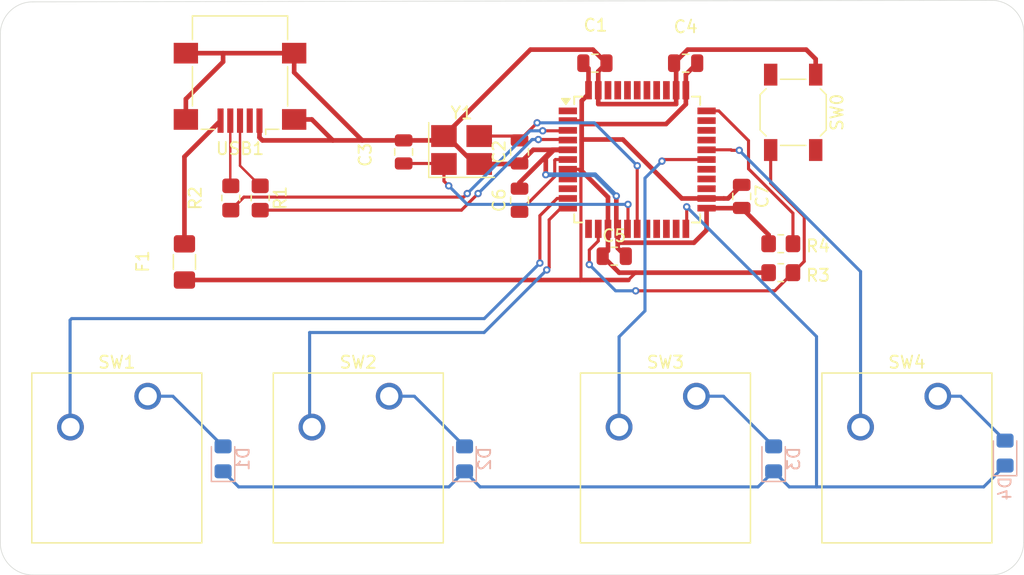
<source format=kicad_pcb>
(kicad_pcb (version 20240108) (generator "pcbnew") (generator_version "8.0")
  (layers (0 "F.Cu" signal) (31 "B.Cu" signal) (34 "B.Paste" user) (35 "F.Paste" user) (36 "B.SilkS" user "B.Silkscreen") (37 "F.SilkS" user "F.Silkscreen") (38 "B.Mask" user) (39 "F.Mask" user) (44 "Edge.Cuts" user))
  (net 0 "")
  (net 1 "+5V")
  (net 2 "GND")
  (net 3 "Net-(U1-XTAL1)")
  (net 4 "Net-(U1-XTAL2)")
  (net 5 "Net-(U1-UCAP)")
  (net 6 "Net-(D1-A)")
  (net 7 "COM")
  (net 8 "Net-(D2-A)")
  (net 9 "Net-(D3-A)")
  (net 10 "Net-(D4-A)")
  (net 11 "VCC")
  (net 12 "D+")
  (net 13 "Net-(U1-D+)")
  (net 14 "Net-(U1-D-)")
  (net 15 "D-")
  (net 16 "Net-(U1-~{RESET})")
  (net 17 "Net-(U1-~{HWB}{slash}PE2)")
  (net 18 "SW1")
  (net 19 "SW2")
  (net 20 "SW3")
  (net 21 "SW4")
  (footprint "Resistor_SMD:R_0805_2012Metric_Pad1.20x1.40mm_HandSolder" (layer "F.Cu") (at 217.28125 73.81875)
    (property "Reference" "R3" (at 3.06375 0.22225 0) (layer "F.SilkS"))
    (property "Value" "R")
    (fp_line (start -0.227064 -0.735) (end 0.227064 -0.735) (stroke (width 0.12)) (layer "F.SilkS"))
    (fp_line (start -0.227064 0.735) (end 0.227064 0.735) (stroke (width 0.12)) (layer "F.SilkS"))
    (pad "1" smd roundrect (at -1 0) (size 1.2 1.4) (layers "F.Cu" "F.Paste" "F.Mask") (roundrect_rratio 0.208333) (net 1 "+5V"))
    (pad "2" smd roundrect (at 1 0) (size 1.2 1.4) (layers "F.Cu" "F.Paste" "F.Mask") (roundrect_rratio 0.208333) (net 16 "Net-(U1-~{RESET})"))
  )
  (footprint "Button_Switch_Keyboard:SW_Cherry_MX_1.00u_PCB" (layer "F.Cu") (at 165.25875 83.97875)
    (property "Reference" "SW1" (at -2.54 -2.794 0) (layer "F.SilkS"))
    (property "Value" "CherryMX")
    (fp_line (start -9.525 -1.905) (end 4.445 -1.905) (stroke (width 0.12)) (layer "F.SilkS"))
    (fp_line (start -9.525 12.065) (end -9.525 -1.905) (stroke (width 0.12)) (layer "F.SilkS"))
    (fp_line (start 4.445 -1.905) (end 4.445 12.065) (stroke (width 0.12)) (layer "F.SilkS"))
    (fp_line (start 4.445 12.065) (end -9.525 12.065) (stroke (width 0.12)) (layer "F.SilkS"))
    (pad "" np_thru_hole circle (at -7.62 5.08) (size 1.7 1.7) (drill 1.7) (layers "*.Cu" "*.Mask"))
    (pad "" np_thru_hole circle (at -2.54 5.08) (size 4 4) (drill 4) (layers "*.Cu" "*.Mask"))
    (pad "" np_thru_hole circle (at 2.54 5.08) (size 1.7 1.7) (drill 1.7) (layers "*.Cu" "*.Mask"))
    (pad "1" thru_hole circle (at 0 0) (size 2.2 2.2) (drill 1.5) (layers "*.Cu" "*.Mask") (net 6 "Net-(D1-A)"))
    (pad "2" thru_hole circle (at -6.35 2.54) (size 2.2 2.2) (drill 1.5) (layers "*.Cu" "*.Mask") (net 18 "SW1"))
  )
  (footprint "Capacitor_SMD:C_0805_2012Metric" (layer "F.Cu") (at 195.8125 67.85625 90)
    (property "Reference" "C6" (at 0 -1.68 90) (layer "F.SilkS"))
    (property "Value" "1uF")
    (fp_line (start -0.261252 -0.735) (end 0.261252 -0.735) (stroke (width 0.12)) (layer "F.SilkS"))
    (fp_line (start -0.261252 0.735) (end 0.261252 0.735) (stroke (width 0.12)) (layer "F.SilkS"))
    (pad "1" smd roundrect (at -0.95 0 90) (size 1 1.45) (layers "F.Cu" "F.Paste" "F.Mask") (net 5 "Net-(U1-UCAP)"))
    (pad "2" smd roundrect (at 0.95 0 90) (size 1 1.45) (layers "F.Cu" "F.Paste" "F.Mask") (net 2 "GND"))
  )
  (footprint "Capacitor_SMD:C_0805_2012Metric" (layer "F.Cu") (at 186.2875 63.8875 -90)
    (property "Reference" "C3" (at 0.2475 3.1535 90) (layer "F.SilkS"))
    (property "Value" "22uF")
    (fp_line (start -0.261252 0.735) (end 0.261252 0.735) (stroke (width 0.12)) (layer "F.SilkS"))
    (fp_line (start -0.261252 -0.735) (end 0.261252 -0.735) (stroke (width 0.12)) (layer "F.SilkS"))
    (pad "1" smd roundrect (at -0.95 0 270) (size 1 1.45) (layers "F.Cu" "F.Paste" "F.Mask") (net 2 "GND"))
    (pad "2" smd roundrect (at 0.95 0 270) (size 1 1.45) (layers "F.Cu" "F.Paste" "F.Mask") (net 4 "Net-(U1-XTAL2)"))
  )
  (footprint "Capacitor_SMD:C_0805_2012Metric" (layer "F.Cu") (at 195.8125 63.8875 90)
    (property "Reference" "C2" (at 0 -1.68 90) (layer "F.SilkS"))
    (property "Value" "22uF")
    (fp_line (start -0.261252 -0.735) (end 0.261252 -0.735) (stroke (width 0.12)) (layer "F.SilkS"))
    (fp_line (start -0.261252 0.735) (end 0.261252 0.735) (stroke (width 0.12)) (layer "F.SilkS"))
    (pad "1" smd roundrect (at -0.95 0 90) (size 1 1.45) (layers "F.Cu" "F.Paste" "F.Mask") (net 2 "GND"))
    (pad "2" smd roundrect (at 0.95 0 90) (size 1 1.45) (layers "F.Cu" "F.Paste" "F.Mask") (net 3 "Net-(U1-XTAL1)"))
  )
  (footprint "Resistor_SMD:R_0805_2012Metric_Pad1.20x1.40mm_HandSolder" (layer "F.Cu") (at 172.085 67.675 -90)
    (property "Reference" "R2" (at 0.016 2.921 90) (layer "F.SilkS"))
    (property "Value" "22")
    (fp_line (start -0.227064 0.735) (end 0.227064 0.735) (stroke (width 0.12)) (layer "F.SilkS"))
    (fp_line (start -0.227064 -0.735) (end 0.227064 -0.735) (stroke (width 0.12)) (layer "F.SilkS"))
    (pad "1" smd roundrect (at -1 0 270) (size 1.2 1.4) (layers "F.Cu" "F.Paste" "F.Mask") (roundrect_rratio 0.208333) (net 15 "D-"))
    (pad "2" smd roundrect (at 1 0 270) (size 1.2 1.4) (layers "F.Cu" "F.Paste" "F.Mask") (roundrect_rratio 0.208333) (net 14 "Net-(U1-D-)"))
  )
  (footprint "Resistor_SMD:R_0805_2012Metric_Pad1.20x1.40mm_HandSolder" (layer "F.Cu") (at 174.498 67.675 -90)
    (property "Reference" "R1" (at 0 -1.65 90) (layer "F.SilkS"))
    (property "Value" "22")
    (fp_line (start -0.227064 0.735) (end 0.227064 0.735) (stroke (width 0.12)) (layer "F.SilkS"))
    (fp_line (start -0.227064 -0.735) (end 0.227064 -0.735) (stroke (width 0.12)) (layer "F.SilkS"))
    (pad "1" smd roundrect (at -1 0 270) (size 1.2 1.4) (layers "F.Cu" "F.Paste" "F.Mask") (roundrect_rratio 0.208333) (net 12 "D+"))
    (pad "2" smd roundrect (at 1 0 270) (size 1.2 1.4) (layers "F.Cu" "F.Paste" "F.Mask") (roundrect_rratio 0.208333) (net 13 "Net-(U1-D+)"))
  )
  (footprint "Crystal:Crystal_SMD_3225-4Pin_3.2x2.5mm_HandSoldering" (layer "F.Cu") (at 191.05 63.73125)
    (property "Reference" "Y1" (at 0 -3.05 0) (layer "F.SilkS"))
    (property "Value" "Crystal_GND24")
    (fp_line (start -2.7 -2.25) (end -2.7 2.25) (stroke (width 0.12)) (layer "F.SilkS"))
    (fp_line (start -2.7 2.25) (end 2.7 2.25) (stroke (width 0.12)) (layer "F.SilkS"))
    (pad "1" smd rect (at -1.45 1.15) (size 2.1 1.8) (layers "F.Cu" "F.Paste" "F.Mask") (net 4 "Net-(U1-XTAL2)"))
    (pad "2" smd rect (at 1.45 1.15) (size 2.1 1.8) (layers "F.Cu" "F.Paste" "F.Mask") (net 2 "GND"))
    (pad "3" smd rect (at 1.45 -1.15) (size 2.1 1.8) (layers "F.Cu" "F.Paste" "F.Mask") (net 3 "Net-(U1-XTAL1)"))
    (pad "4" smd rect (at -1.45 -1.15) (size 2.1 1.8) (layers "F.Cu" "F.Paste" "F.Mask") (net 2 "GND"))
  )
  (footprint "Capacitor_SMD:C_0805_2012Metric" (layer "F.Cu") (at 214.06875 67.54375 -90)
    (property "Reference" "C7" (at 0 -1.68 90) (layer "F.SilkS"))
    (property "Value" "10uF")
    (fp_line (start -0.261252 0.735) (end 0.261252 0.735) (stroke (width 0.12)) (layer "F.SilkS"))
    (fp_line (start -0.261252 -0.735) (end 0.261252 -0.735) (stroke (width 0.12)) (layer "F.SilkS"))
    (pad "1" smd roundrect (at -0.95 0 270) (size 1 1.45) (layers "F.Cu" "F.Paste" "F.Mask") (net 1 "+5V"))
    (pad "2" smd roundrect (at 0.95 0 270) (size 1 1.45) (layers "F.Cu" "F.Paste" "F.Mask") (net 2 "GND"))
  )
  (footprint "Capacitor_SMD:C_0805_2012Metric" (layer "F.Cu") (at 202.00625 56.5875)
    (property "Reference" "C1" (at 0.05075 -3.1205 0) (layer "F.SilkS"))
    (property "Value" "0.1uF")
    (fp_line (start -0.261252 -0.735) (end 0.261252 -0.735) (stroke (width 0.12)) (layer "F.SilkS"))
    (fp_line (start -0.261252 0.735) (end 0.261252 0.735) (stroke (width 0.12)) (layer "F.SilkS"))
    (pad "1" smd roundrect (at -0.95 0) (size 1 1.45) (layers "F.Cu" "F.Paste" "F.Mask") (net 1 "+5V"))
    (pad "2" smd roundrect (at 0.95 0) (size 1 1.45) (layers "F.Cu" "F.Paste" "F.Mask") (net 2 "GND"))
  )
  (footprint "Button_Switch_Keyboard:SW_Cherry_MX_1.00u_PCB" (layer "F.Cu") (at 210.34375 83.97875)
    (property "Reference" "SW3" (at -2.54 -2.794 0) (layer "F.SilkS"))
    (property "Value" "CherryMX")
    (fp_line (start -9.525 -1.905) (end 4.445 -1.905) (stroke (width 0.12)) (layer "F.SilkS"))
    (fp_line (start -9.525 12.065) (end -9.525 -1.905) (stroke (width 0.12)) (layer "F.SilkS"))
    (fp_line (start 4.445 -1.905) (end 4.445 12.065) (stroke (width 0.12)) (layer "F.SilkS"))
    (fp_line (start 4.445 12.065) (end -9.525 12.065) (stroke (width 0.12)) (layer "F.SilkS"))
    (pad "" np_thru_hole circle (at -7.62 5.08) (size 1.7 1.7) (drill 1.7) (layers "*.Cu" "*.Mask"))
    (pad "" np_thru_hole circle (at -2.54 5.08) (size 4 4) (drill 4) (layers "*.Cu" "*.Mask"))
    (pad "" np_thru_hole circle (at 2.54 5.08) (size 1.7 1.7) (drill 1.7) (layers "*.Cu" "*.Mask"))
    (pad "1" thru_hole circle (at 0 0) (size 2.2 2.2) (drill 1.5) (layers "*.Cu" "*.Mask") (net 9 "Net-(D3-A)"))
    (pad "2" thru_hole circle (at -6.35 2.54) (size 2.2 2.2) (drill 1.5) (layers "*.Cu" "*.Mask") (net 20 "SW3"))
  )
  (footprint "Button_Switch_Keyboard:SW_Cherry_MX_1.00u_PCB" (layer "F.Cu") (at 230.1875 83.97875)
    (property "Reference" "SW4" (at -2.54 -2.794 0) (layer "F.SilkS"))
    (property "Value" "CherryMX")
    (fp_line (start -9.525 -1.905) (end 4.445 -1.905) (stroke (width 0.12)) (layer "F.SilkS"))
    (fp_line (start -9.525 12.065) (end -9.525 -1.905) (stroke (width 0.12)) (layer "F.SilkS"))
    (fp_line (start 4.445 -1.905) (end 4.445 12.065) (stroke (width 0.12)) (layer "F.SilkS"))
    (fp_line (start 4.445 12.065) (end -9.525 12.065) (stroke (width 0.12)) (layer "F.SilkS"))
    (pad "" np_thru_hole circle (at -7.62 5.08) (size 1.7 1.7) (drill 1.7) (layers "*.Cu" "*.Mask"))
    (pad "" np_thru_hole circle (at -2.54 5.08) (size 4 4) (drill 4) (layers "*.Cu" "*.Mask"))
    (pad "" np_thru_hole circle (at 2.54 5.08) (size 1.7 1.7) (drill 1.7) (layers "*.Cu" "*.Mask"))
    (pad "1" thru_hole circle (at 0 0) (size 2.2 2.2) (drill 1.5) (layers "*.Cu" "*.Mask") (net 10 "Net-(D4-A)"))
    (pad "2" thru_hole circle (at -6.35 2.54) (size 2.2 2.2) (drill 1.5) (layers "*.Cu" "*.Mask") (net 21 "SW4"))
  )
  (footprint "Button_Switch_SMD:SW_SPST_SKQG_WithStem" (layer "F.Cu") (at 218.3 60.63125 -90)
    (property "Reference" "SW0" (at 0 -3.6 90) (layer "F.SilkS"))
    (property "Value" "SW_Push")
    (fp_line (start -1.45 2.72) (end 1.45 2.72) (stroke (width 0.12)) (layer "F.SilkS"))
    (fp_line (start -1.45 2.72) (end -1.94 2.23) (stroke (width 0.12)) (layer "F.SilkS"))
    (fp_line (start 1.45 2.72) (end 1.94 2.23) (stroke (width 0.12)) (layer "F.SilkS"))
    (fp_line (start -2.72 1.04) (end -2.72 -1.04) (stroke (width 0.12)) (layer "F.SilkS"))
    (fp_line (start 2.72 1.04) (end 2.72 -1.04) (stroke (width 0.12)) (layer "F.SilkS"))
    (fp_line (start -1.45 -2.72) (end -1.94 -2.23) (stroke (width 0.12)) (layer "F.SilkS"))
    (fp_line (start -1.45 -2.72) (end 1.45 -2.72) (stroke (width 0.12)) (layer "F.SilkS"))
    (fp_line (start 1.45 -2.72) (end 1.94 -2.23) (stroke (width 0.12)) (layer "F.SilkS"))
    (pad "1" smd rect (at -3.1 -1.85 270) (size 1.8 1.1) (layers "F.Cu" "F.Paste" "F.Mask") (net 2 "GND"))
    (pad "1" smd rect (at 3.1 -1.85 270) (size 1.8 1.1) (layers "F.Cu" "F.Paste" "F.Mask") (net 2 "GND"))
    (pad "2" smd rect (at -3.1 1.85 270) (size 1.8 1.1) (layers "F.Cu" "F.Paste" "F.Mask") (net 16 "Net-(U1-~{RESET})"))
    (pad "2" smd rect (at 3.1 1.85 270) (size 1.8 1.1) (layers "F.Cu" "F.Paste" "F.Mask") (net 16 "Net-(U1-~{RESET})"))
  )
  (footprint "Fuse:Fuse_1206_3216Metric_Pad1.42x1.75mm_HandSolder" (layer "F.Cu") (at 168.275 72.9345 -90)
    (property "Reference" "F1" (at -0.0365 3.429 90) (layer "F.SilkS"))
    (property "Value" "500mA")
    (fp_line (start -0.602064 0.91) (end 0.602064 0.91) (stroke (width 0.12)) (layer "F.SilkS"))
    (fp_line (start -0.602064 -0.91) (end 0.602064 -0.91) (stroke (width 0.12)) (layer "F.SilkS"))
    (pad "1" smd roundrect (at -1.4875 0 270) (size 1.425 1.75) (layers "F.Cu" "F.Paste" "F.Mask") (roundrect_rratio 0.175439) (net 11 "VCC"))
    (pad "2" smd roundrect (at 1.4875 0 270) (size 1.425 1.75) (layers "F.Cu" "F.Paste" "F.Mask") (roundrect_rratio 0.175439) (net 1 "+5V"))
  )
  (footprint "Capacitor_SMD:C_0805_2012Metric" (layer "F.Cu") (at 203.59375 72.4625)
    (property "Reference" "C5" (at 0 -1.68 0) (layer "F.SilkS"))
    (property "Value" "0.1uF")
    (fp_line (start -0.261252 -0.735) (end 0.261252 -0.735) (stroke (width 0.12)) (layer "F.SilkS"))
    (fp_line (start -0.261252 0.735) (end 0.261252 0.735) (stroke (width 0.12)) (layer "F.SilkS"))
    (pad "1" smd roundrect (at -0.95 0) (size 1 1.45) (layers "F.Cu" "F.Paste" "F.Mask") (net 1 "+5V"))
    (pad "2" smd roundrect (at 0.95 0) (size 1 1.45) (layers "F.Cu" "F.Paste" "F.Mask") (net 2 "GND"))
  )
  (footprint "Button_Switch_Keyboard:SW_Cherry_MX_1.00u_PCB" (layer "F.Cu") (at 185.1025 83.97875)
    (property "Reference" "SW2" (at -2.54 -2.794 0) (layer "F.SilkS"))
    (property "Value" "CherryMX")
    (fp_line (start -9.525 -1.905) (end 4.445 -1.905) (stroke (width 0.12)) (layer "F.SilkS"))
    (fp_line (start -9.525 12.065) (end -9.525 -1.905) (stroke (width 0.12)) (layer "F.SilkS"))
    (fp_line (start 4.445 -1.905) (end 4.445 12.065) (stroke (width 0.12)) (layer "F.SilkS"))
    (fp_line (start 4.445 12.065) (end -9.525 12.065) (stroke (width 0.12)) (layer "F.SilkS"))
    (pad "" np_thru_hole circle (at -7.62 5.08) (size 1.7 1.7) (drill 1.7) (layers "*.Cu" "*.Mask"))
    (pad "" np_thru_hole circle (at -2.54 5.08) (size 4 4) (drill 4) (layers "*.Cu" "*.Mask"))
    (pad "" np_thru_hole circle (at 2.54 5.08) (size 1.7 1.7) (drill 1.7) (layers "*.Cu" "*.Mask"))
    (pad "1" thru_hole circle (at 0 0) (size 2.2 2.2) (drill 1.5) (layers "*.Cu" "*.Mask") (net 8 "Net-(D2-A)"))
    (pad "2" thru_hole circle (at -6.35 2.54) (size 2.2 2.2) (drill 1.5) (layers "*.Cu" "*.Mask") (net 19 "SW2"))
  )
  (footprint "Capacitor_SMD:C_0805_2012Metric" (layer "F.Cu") (at 209.4625 56.5875 180)
    (property "Reference" "C4" (at 0 2.9935 0) (layer "F.SilkS"))
    (property "Value" "0.1uF")
    (fp_line (start -0.261252 0.735) (end 0.261252 0.735) (stroke (width 0.12)) (layer "F.SilkS"))
    (fp_line (start -0.261252 -0.735) (end 0.261252 -0.735) (stroke (width 0.12)) (layer "F.SilkS"))
    (pad "1" smd roundrect (at -0.95 0 180) (size 1 1.45) (layers "F.Cu" "F.Paste" "F.Mask") (net 1 "+5V"))
    (pad "2" smd roundrect (at 0.95 0 180) (size 1 1.45) (layers "F.Cu" "F.Paste" "F.Mask") (net 2 "GND"))
  )
  (footprint "Connector_USB:USB_Mini-B_Lumberg_2486_01_Horizontal" (layer "F.Cu") (at 172.842 58.614 180)
    (property "Reference" "USB1" (at 0 -5 0) (layer "F.SilkS"))
    (property "Value" "Molex-0548190589")
    (fp_line (start 3.91 5.91) (end 3.91 3.96) (stroke (width 0.12)) (layer "F.SilkS"))
    (fp_line (start 3.91 5.91) (end -3.91 5.91) (stroke (width 0.12)) (layer "F.SilkS"))
    (fp_line (start 3.91 1.74) (end 3.91 -1.49) (stroke (width 0.12)) (layer "F.SilkS"))
    (fp_line (start 2.11 -3.41) (end 3.19 -3.41) (stroke (width 0.12)) (layer "F.SilkS"))
    (fp_line (start -2.11 -3.41) (end -2.11 -3.84) (stroke (width 0.12)) (layer "F.SilkS"))
    (fp_line (start -3.19 -3.41) (end -2.11 -3.41) (stroke (width 0.12)) (layer "F.SilkS"))
    (fp_line (start -3.91 5.91) (end -3.91 3.96) (stroke (width 0.12)) (layer "F.SilkS"))
    (fp_line (start -3.91 1.74) (end -3.91 -1.49) (stroke (width 0.12)) (layer "F.SilkS"))
    (pad "" np_thru_hole circle (at -2.2 0 180) (size 1 1) (drill 1) (layers "*.Cu" "*.Mask"))
    (pad "" np_thru_hole circle (at 2.2 0 180) (size 1 1) (drill 1) (layers "*.Cu" "*.Mask"))
    (pad "1" smd rect (at -1.6 -2.7 180) (size 0.5 2) (layers "F.Cu" "F.Paste" "F.Mask") (net 2 "GND"))
    (pad "2" smd rect (at -0.8 -2.7 180) (size 0.5 2) (layers "F.Cu" "F.Paste" "F.Mask"))
    (pad "3" smd rect (at 0 -2.7 180) (size 0.5 2) (layers "F.Cu" "F.Paste" "F.Mask") (net 12 "D+"))
    (pad "4" smd rect (at 0.8 -2.7 180) (size 0.5 2) (layers "F.Cu" "F.Paste" "F.Mask") (net 15 "D-"))
    (pad "5" smd rect (at 1.6 -2.7 180) (size 0.5 2) (layers "F.Cu" "F.Paste" "F.Mask") (net 11 "VCC"))
    (pad "6" smd rect (at -4.45 -2.6 180) (size 2 1.7) (layers "F.Cu" "F.Paste" "F.Mask") (net 2 "GND"))
    (pad "6" smd rect (at -4.45 2.85 180) (size 2 1.7) (layers "F.Cu" "F.Paste" "F.Mask") (net 2 "GND"))
    (pad "6" smd rect (at 4.45 -2.6 180) (size 2 1.7) (layers "F.Cu" "F.Paste" "F.Mask") (net 2 "GND"))
    (pad "6" smd rect (at 4.45 2.85 180) (size 2 1.7) (layers "F.Cu" "F.Paste" "F.Mask") (net 2 "GND"))
  )
  (footprint "Package_QFP:TQFP-44_10x10mm_P0.8mm" (layer "F.Cu") (at 205.48125 64.5125)
    (property "Reference" "U1" (hide yes))
    (property "Value" "ATmega32U4-A")
    (fp_line (start -5.175 -5.175) (end -5.175 -4.56) (stroke (width 0.15)) (layer "F.SilkS"))
    (fp_line (start -5.175 -5.175) (end -4.5 -5.175) (stroke (width 0.15)) (layer "F.SilkS"))
    (fp_line (start -5.175 5.175) (end -5.175 4.5) (stroke (width 0.15)) (layer "F.SilkS"))
    (fp_line (start -5.175 5.175) (end -4.5 5.175) (stroke (width 0.15)) (layer "F.SilkS"))
    (fp_line (start 5.175 -5.175) (end 4.5 -5.175) (stroke (width 0.15)) (layer "F.SilkS"))
    (fp_line (start 5.175 -5.175) (end 5.175 -4.5) (stroke (width 0.15)) (layer "F.SilkS"))
    (fp_line (start 5.175 5.175) (end 4.5 5.175) (stroke (width 0.15)) (layer "F.SilkS"))
    (fp_line (start 5.175 5.175) (end 5.175 4.5) (stroke (width 0.15)) (layer "F.SilkS"))
    (fp_poly (pts (xy -5.86 -4.54) (xy -6.2 -5.01) (xy -5.52 -5.01) (xy -5.86 -4.54)) (stroke (width 0.12)) (fill solid) (layer "F.SilkS"))
    (pad "1" smd rect (at -5.7 -4) (size 1.5 0.55) (layers "F.Cu" "F.Paste" "F.Mask"))
    (pad "2" smd rect (at -5.7 -3.2) (size 1.5 0.55) (layers "F.Cu" "F.Paste" "F.Mask") (net 1 "+5V"))
    (pad "3" smd rect (at -5.7 -2.4) (size 1.5 0.55) (layers "F.Cu" "F.Paste" "F.Mask") (net 14 "Net-(U1-D-)"))
    (pad "4" smd rect (at -5.7 -1.6) (size 1.5 0.55) (layers "F.Cu" "F.Paste" "F.Mask") (net 13 "Net-(U1-D+)"))
    (pad "5" smd rect (at -5.7 -0.8) (size 1.5 0.55) (layers "F.Cu" "F.Paste" "F.Mask") (net 2 "GND"))
    (pad "6" smd rect (at -5.7 0) (size 1.5 0.55) (layers "F.Cu" "F.Paste" "F.Mask") (net 5 "Net-(U1-UCAP)"))
    (pad "7" smd rect (at -5.7 0.8) (size 1.5 0.55) (layers "F.Cu" "F.Paste" "F.Mask") (net 1 "+5V"))
    (pad "8" smd rect (at -5.7 1.6) (size 1.5 0.55) (layers "F.Cu" "F.Paste" "F.Mask"))
    (pad "9" smd rect (at -5.7 2.4) (size 1.5 0.55) (layers "F.Cu" "F.Paste" "F.Mask"))
    (pad "10" smd rect (at -5.7 3.2) (size 1.5 0.55) (layers "F.Cu" "F.Paste" "F.Mask") (net 18 "SW1"))
    (pad "11" smd rect (at -5.7 4) (size 1.5 0.55) (layers "F.Cu" "F.Paste" "F.Mask") (net 19 "SW2"))
    (pad "12" smd rect (at -4 5.7 90) (size 1.5 0.55) (layers "F.Cu" "F.Paste" "F.Mask"))
    (pad "13" smd rect (at -3.2 5.7 90) (size 1.5 0.55) (layers "F.Cu" "F.Paste" "F.Mask") (net 16 "Net-(U1-~{RESET})"))
    (pad "14" smd rect (at -2.4 5.7 90) (size 1.5 0.55) (layers "F.Cu" "F.Paste" "F.Mask") (net 1 "+5V"))
    (pad "15" smd rect (at -1.6 5.7 90) (size 1.5 0.55) (layers "F.Cu" "F.Paste" "F.Mask") (net 2 "GND"))
    (pad "16" smd rect (at -0.8 5.7 90) (size 1.5 0.55) (layers "F.Cu" "F.Paste" "F.Mask") (net 4 "Net-(U1-XTAL2)"))
    (pad "17" smd rect (at 0 5.7 90) (size 1.5 0.55) (layers "F.Cu" "F.Paste" "F.Mask") (net 3 "Net-(U1-XTAL1)"))
    (pad "18" smd rect (at 0.8 5.7 90) (size 1.5 0.55) (layers "F.Cu" "F.Paste" "F.Mask"))
    (pad "19" smd rect (at 1.6 5.7 90) (size 1.5 0.55) (layers "F.Cu" "F.Paste" "F.Mask"))
    (pad "20" smd rect (at 2.4 5.7 90) (size 1.5 0.55) (layers "F.Cu" "F.Paste" "F.Mask"))
    (pad "21" smd rect (at 3.2 5.7 90) (size 1.5 0.55) (layers "F.Cu" "F.Paste" "F.Mask"))
    (pad "22" smd rect (at 4 5.7 90) (size 1.5 0.55) (layers "F.Cu" "F.Paste" "F.Mask") (net 7 "COM"))
    (pad "23" smd rect (at 5.7 4) (size 1.5 0.55) (layers "F.Cu" "F.Paste" "F.Mask") (net 2 "GND"))
    (pad "24" smd rect (at 5.7 3.2) (size 1.5 0.55) (layers "F.Cu" "F.Paste" "F.Mask") (net 1 "+5V"))
    (pad "25" smd rect (at 5.7 2.4) (size 1.5 0.55) (layers "F.Cu" "F.Paste" "F.Mask"))
    (pad "26" smd rect (at 5.7 1.6) (size 1.5 0.55) (layers "F.Cu" "F.Paste" "F.Mask"))
    (pad "27" smd rect (at 5.7 0.8) (size 1.5 0.55) (layers "F.Cu" "F.Paste" "F.Mask"))
    (pad "28" smd rect (at 5.7 0) (size 1.5 0.55) (layers "F.Cu" "F.Paste" "F.Mask") (net 20 "SW3"))
    (pad "29" smd rect (at 5.7 -0.8) (size 1.5 0.55) (layers "F.Cu" "F.Paste" "F.Mask") (net 21 "SW4"))
    (pad "30" smd rect (at 5.7 -1.6) (size 1.5 0.55) (layers "F.Cu" "F.Paste" "F.Mask"))
    (pad "31" smd rect (at 5.7 -2.4) (size 1.5 0.55) (layers "F.Cu" "F.Paste" "F.Mask"))
    (pad "32" smd rect (at 5.7 -3.2) (size 1.5 0.55) (layers "F.Cu" "F.Paste" "F.Mask"))
    (pad "33" smd rect (at 5.7 -4) (size 1.5 0.55) (layers "F.Cu" "F.Paste" "F.Mask") (net 17 "Net-(U1-~{HWB}{slash}PE2)"))
    (pad "34" smd rect (at 4 -5.7 90) (size 1.5 0.55) (layers "F.Cu" "F.Paste" "F.Mask") (net 1 "+5V"))
    (pad "35" smd rect (at 3.2 -5.7 90) (size 1.5 0.55) (layers "F.Cu" "F.Paste" "F.Mask") (net 2 "GND"))
    (pad "36" smd rect (at 2.4 -5.7 90) (size 1.5 0.55) (layers "F.Cu" "F.Paste" "F.Mask"))
    (pad "37" smd rect (at 1.6 -5.7 90) (size 1.5 0.55) (layers "F.Cu" "F.Paste" "F.Mask"))
    (pad "38" smd rect (at 0.8 -5.7 90) (size 1.5 0.55) (layers "F.Cu" "F.Paste" "F.Mask"))
    (pad "39" smd rect (at 0 -5.7 90) (size 1.5 0.55) (layers "F.Cu" "F.Paste" "F.Mask"))
    (pad "40" smd rect (at -0.8 -5.7 90) (size 1.5 0.55) (layers "F.Cu" "F.Paste" "F.Mask"))
    (pad "41" smd rect (at -1.6 -5.7 90) (size 1.5 0.55) (layers "F.Cu" "F.Paste" "F.Mask"))
    (pad "42" smd rect (at -2.4 -5.7 90) (size 1.5 0.55) (layers "F.Cu" "F.Paste" "F.Mask"))
    (pad "43" smd rect (at -3.2 -5.7 90) (size 1.5 0.55) (layers "F.Cu" "F.Paste" "F.Mask") (net 2 "GND"))
    (pad "44" smd rect (at -4 -5.7 90) (size 1.5 0.55) (layers "F.Cu" "F.Paste" "F.Mask") (net 1 "+5V"))
  )
  (footprint "Resistor_SMD:R_0805_2012Metric_Pad1.20x1.40mm_HandSolder" (layer "F.Cu") (at 217.28125 71.4375 180)
    (property "Reference" "R4" (at -3.06375 -0.1905 0) (layer "F.SilkS"))
    (property "Value" "10k")
    (fp_line (start -0.227064 0.735) (end 0.227064 0.735) (stroke (width 0.12)) (layer "F.SilkS"))
    (fp_line (start -0.227064 -0.735) (end 0.227064 -0.735) (stroke (width 0.12)) (layer "F.SilkS"))
    (pad "1" smd roundrect (at -1 0 180) (size 1.2 1.4) (layers "F.Cu" "F.Paste" "F.Mask") (roundrect_rratio 0.208333) (net 17 "Net-(U1-~{HWB}{slash}PE2)"))
    (pad "2" smd roundrect (at 1 0 180) (size 1.2 1.4) (layers "F.Cu" "F.Paste" "F.Mask") (roundrect_rratio 0.208333) (net 2 "GND"))
  )
  (footprint "Diode_SMD:D_0805_2012Metric_Pad1.15x1.40mm_HandSolder" (layer "B.Cu") (at 191.29375 89.13125 90)
    (property "Reference" "D2" (at 0 1.65 90) (layer "B.SilkS") (effects (justify mirror)))
    (property "Value" "D")
    (fp_line (start 1 -0.96) (end -1.86 -0.96) (stroke (width 0.12)) (layer "B.SilkS"))
    (fp_line (start -1.86 -0.96) (end -1.86 0.96) (stroke (width 0.12)) (layer "B.SilkS"))
    (fp_line (start -1.86 0.96) (end 1 0.96) (stroke (width 0.12)) (layer "B.SilkS"))
    (pad "1" smd roundrect (at -1.025 0 90) (size 1.15 1.4) (layers "B.Cu" "B.Paste" "B.Mask") (roundrect_rratio 0.217391) (net 7 "COM"))
    (pad "2" smd roundrect (at 1.025 0 90) (size 1.15 1.4) (layers "B.Cu" "B.Paste" "B.Mask") (roundrect_rratio 0.217391) (net 8 "Net-(D2-A)"))
  )
  (footprint "Diode_SMD:D_0805_2012Metric_Pad1.15x1.40mm_HandSolder" (layer "B.Cu") (at 171.45 89.13125 90)
    (property "Reference" "D1" (at 0 1.65 90) (layer "B.SilkS") (effects (justify mirror)))
    (property "Value" "D")
    (fp_line (start 1 -0.96) (end -1.86 -0.96) (stroke (width 0.12)) (layer "B.SilkS"))
    (fp_line (start -1.86 -0.96) (end -1.86 0.96) (stroke (width 0.12)) (layer "B.SilkS"))
    (fp_line (start -1.86 0.96) (end 1 0.96) (stroke (width 0.12)) (layer "B.SilkS"))
    (pad "1" smd roundrect (at -1.025 0 90) (size 1.15 1.4) (layers "B.Cu" "B.Paste" "B.Mask") (roundrect_rratio 0.217391) (net 7 "COM"))
    (pad "2" smd roundrect (at 1.025 0 90) (size 1.15 1.4) (layers "B.Cu" "B.Paste" "B.Mask") (roundrect_rratio 0.217391) (net 6 "Net-(D1-A)"))
  )
  (footprint "Diode_SMD:D_0805_2012Metric_Pad1.15x1.40mm_HandSolder" (layer "B.Cu") (at 216.69375 89.13125 90)
    (property "Reference" "D3" (at 0 1.65 90) (layer "B.SilkS") (effects (justify mirror)))
    (property "Value" "D")
    (fp_line (start 1 -0.96) (end -1.86 -0.96) (stroke (width 0.12)) (layer "B.SilkS"))
    (fp_line (start -1.86 -0.96) (end -1.86 0.96) (stroke (width 0.12)) (layer "B.SilkS"))
    (fp_line (start -1.86 0.96) (end 1 0.96) (stroke (width 0.12)) (layer "B.SilkS"))
    (pad "1" smd roundrect (at -1.025 0 90) (size 1.15 1.4) (layers "B.Cu" "B.Paste" "B.Mask") (roundrect_rratio 0.217391) (net 7 "COM"))
    (pad "2" smd roundrect (at 1.025 0 90) (size 1.15 1.4) (layers "B.Cu" "B.Paste" "B.Mask") (roundrect_rratio 0.217391) (net 9 "Net-(D3-A)"))
  )
  (footprint "Diode_SMD:D_0805_2012Metric_Pad1.15x1.40mm_HandSolder" (layer "B.Cu") (at 235.712 88.655 90)
    (property "Reference" "D4" (at -2.912 0 90) (layer "B.SilkS") (effects (justify mirror)))
    (property "Value" "D")
    (fp_line (start 1 -0.96) (end -1.86 -0.96) (stroke (width 0.12)) (layer "B.SilkS"))
    (fp_line (start -1.86 -0.96) (end -1.86 0.96) (stroke (width 0.12)) (layer "B.SilkS"))
    (fp_line (start -1.86 0.96) (end 1 0.96) (stroke (width 0.12)) (layer "B.SilkS"))
    (pad "1" smd roundrect (at -1.025 0 90) (size 1.15 1.4) (layers "B.Cu" "B.Paste" "B.Mask") (roundrect_rratio 0.217391) (net 7 "COM"))
    (pad "2" smd roundrect (at 1.025 0 90) (size 1.15 1.4) (layers "B.Cu" "B.Paste" "B.Mask") (roundrect_rratio 0.217391) (net 10 "Net-(D4-A)"))
  )
  (gr_line (start 237.236 96.012) (end 237.255146 54.082854) (stroke (width 0.05)) (layer "Edge.Cuts"))
  (gr_arc (start 155.809854 98.679) (mid 153.924 97.897854) (end 153.142854 96.012) (stroke (width 0.05)) (layer "Edge.Cuts"))
  (gr_arc (start 237.236 96.012) (mid 236.454854 97.897854) (end 234.569 98.679) (stroke (width 0.05)) (layer "Edge.Cuts"))
  (gr_arc (start 153.142854 54.209854) (mid 153.924 52.324) (end 155.809854 51.542854) (stroke (width 0.05)) (layer "Edge.Cuts"))
  (gr_line (start 234.569 98.679) (end 155.809854 98.679) (stroke (width 0.05)) (layer "Edge.Cuts"))
  (gr_arc (start 234.588146 51.415854) (mid 236.474 52.197) (end 237.255146 54.082854) (stroke (width 0.05)) (layer "Edge.Cuts"))
  (gr_line (start 153.142854 96.012) (end 153.142854 54.209854) (stroke (width 0.05)) (layer "Edge.Cuts"))
  (gr_line (start 155.809854 51.542854) (end 234.588146 51.415854) (stroke (width 0.05)) (layer "Edge.Cuts"))
  (segment (start 211.18125 67.7125) (end 212.598 67.7125) (width 0.381) (layer "F.Cu") (net 1))
  (segment (start 212.598 67.7125) (end 212.95 67.7125) (width 0.381) (layer "F.Cu") (net 1))
  (segment (start 200.66025 65.3125) (end 200.85825 65.5105) (width 0.254) (layer "F.Cu") (net 1))
  (segment (start 205.359 73.81875) (end 204 73.81875) (width 0.381) (layer "F.Cu") (net 1))
  (segment (start 200.85825 61.3855) (end 200.85825 67.691) (width 0.254) (layer "F.Cu") (net 1))
  (segment (start 211.18125 67.7125) (end 209.151015 67.7125) (width 0.381) (layer "F.Cu") (net 1))
  (segment (start 201.48125 57.0125) (end 201.05625 56.5875) (width 0.254) (layer "F.Cu") (net 1))
  (segment (start 200.85825 67.691) (end 200.85825 74.35075) (width 0.254) (layer "F.Cu") (net 1))
  (segment (start 200.92175 59.68225) (end 200.92175 61.595) (width 0.381) (layer "F.Cu") (net 1))
  (segment (start 203.08125 70.2125) (end 203.08125 67.6065) (width 0.381) (layer "F.Cu") (net 1))
  (segment (start 204.303515 62.865) (end 200.92175 62.865) (width 0.381) (layer "F.Cu") (net 1))
  (segment (start 209.48125 59.965158) (end 207.851408 61.595) (width 0.381) (layer "F.Cu") (net 1))
  (segment (start 209.48125 57.51875) (end 210.4125 56.5875) (width 0.381) (layer "F.Cu") (net 1))
  (segment (start 201.48125 58.8125) (end 201.48125 57.0125) (width 0.381) (layer "F.Cu") (net 1))
  (segment (start 204 73.81875) (end 202.64375 72.4625) (width 0.381) (layer "F.Cu") (net 1))
  (segment (start 168.275 74.422) (end 200.787 74.422) (width 0.381) (layer "F.Cu") (net 1))
  (segment (start 201.48125 58.8125) (end 201.48125 59.12275) (width 0.381) (layer "F.Cu") (net 1))
  (segment (start 200.85825 74.35075) (end 200.787 74.422) (width 0.254) (layer "F.Cu") (net 1))
  (segment (start 203.08125 67.6065) (end 200.92175 65.447) (width 0.381) (layer "F.Cu") (net 1))
  (segment (start 216.28125 73.81875) (end 205.359 73.81875) (width 0.381) (layer "F.Cu") (net 1))
  (segment (start 199.78125 65.3125) (end 200.66025 65.3125) (width 0.254) (layer "F.Cu") (net 1))
  (segment (start 212.95 67.7125) (end 214.06875 66.59375) (width 0.381) (layer "F.Cu") (net 1))
  (segment (start 200.92175 61.595) (end 200.92175 62.865) (width 0.381) (layer "F.Cu") (net 1))
  (segment (start 203.08125 70.2125) (end 203.08125 72.025) (width 0.381) (layer "F.Cu") (net 1))
  (segment (start 200.85825 65.5105) (end 200.85825 67.691) (width 0.254) (layer "F.Cu") (net 1))
  (segment (start 200.92175 65.447) (end 200.92175 62.865) (width 0.381) (layer "F.Cu") (net 1))
  (segment (start 204.75575 74.422) (end 205.359 73.81875) (width 0.254) (layer "F.Cu") (net 1))
  (segment (start 201.48125 59.12275) (end 200.92175 59.68225) (width 0.381) (layer "F.Cu") (net 1))
  (segment (start 203.08125 72.025) (end 202.64375 72.4625) (width 0.254) (layer "F.Cu") (net 1))
  (segment (start 209.48125 58.8125) (end 209.48125 57.51875) (width 0.381) (layer "F.Cu") (net 1))
  (segment (start 200.78525 61.3125) (end 200.85825 61.3855) (width 0.254) (layer "F.Cu") (net 1))
  (segment (start 199.78125 61.3125) (end 200.78525 61.3125) (width 0.254) (layer "F.Cu") (net 1))
  (segment (start 207.851408 61.595) (end 200.92175 61.595) (width 0.381) (layer "F.Cu") (net 1))
  (segment (start 209.48125 58.8125) (end 209.48125 59.965158) (width 0.381) (layer "F.Cu") (net 1))
  (segment (start 200.787 74.422) (end 204.75575 74.422) (width 0.381) (layer "F.Cu") (net 1))
  (segment (start 209.151015 67.7125) (end 204.303515 62.865) (width 0.381) (layer "F.Cu") (net 1))
  (segment (start 202.29075 59.953) (end 202.28125 59.9435) (width 0.381) (layer "F.Cu") (net 2))
  (segment (start 208.68125 56.75625) (end 208.5125 56.5875) (width 0.381) (layer "F.Cu") (net 2))
  (segment (start 211.18125 68.5125) (end 214.05 68.5125) (width 0.381) (layer "F.Cu") (net 2))
  (segment (start 192.5 64.88125) (end 195.76875 64.88125) (width 0.381) (layer "F.Cu") (net 2))
  (segment (start 195.76875 64.88125) (end 195.8125 64.8375) (width 0.381) (layer "F.Cu") (net 2))
  (segment (start 168.392 61.214) (end 168.392 59.533932) (width 0.381) (layer "F.Cu") (net 2))
  (segment (start 195.8125 64.8375) (end 196.9375 63.7125) (width 0.381) (layer "F.Cu") (net 2))
  (segment (start 216.28125 70.70625) (end 216.28125 71.4375) (width 0.381) (layer "F.Cu") (net 2))
  (segment (start 186.2875 62.9375) (end 189.24375 62.9375) (width 0.381) (layer "F.Cu") (net 2))
  (segment (start 219.37175 55.472) (end 209.628 55.472) (width 0.381) (layer "F.Cu") (net 2))
  (segment (start 189.6 62.58125) (end 189.83525 62.58125) (width 0.381) (layer "F.Cu") (net 2))
  (segment (start 209.628 55.472) (end 208.5125 56.5875) (width 0.381) (layer "F.Cu") (net 2))
  (segment (start 208.68125 58.8125) (end 208.68125 56.75625) (width 0.381) (layer "F.Cu") (net 2))
  (segment (start 174.6845 62.9375) (end 180.467 62.9375) (width 0.381) (layer "F.Cu") (net 2))
  (segment (start 177.292 57.3495) (end 182.88 62.9375) (width 0.381) (layer "F.Cu") (net 2))
  (segment (start 198.50625 63.7125) (end 199.78125 63.7125) (width 0.381) (layer "F.Cu") (net 2))
  (segment (start 208.68125 58.8125) (end 208.68125 59.9435) (width 0.381) (layer "F.Cu") (net 2))
  (segment (start 177.292 61.214) (end 178.7435 61.214) (width 0.381) (layer "F.Cu") (net 2))
  (segment (start 180.467 62.9375) (end 182.88 62.9375) (width 0.381) (layer "F.Cu") (net 2))
  (segment (start 202.28125 58.8125) (end 202.28125 57.2625) (width 0.381) (layer "F.Cu") (net 2))
  (segment (start 195.8125 66.90625) (end 195.8125 66.40625) (width 0.381) (layer "F.Cu") (net 2))
  (segment (start 197.969518 64.393232) (end 197.969518 65.762518) (width 0.381) (layer "F.Cu") (net 2))
  (segment (start 203.89075 71.353) (end 203.88125 71.3435) (width 0.381) (layer "F.Cu") (net 2))
  (segment (start 203.764889 67.5094) (end 203.764889 70.096139) (width 0.381) (layer "F.Cu") (net 2))
  (segment (start 211.18125 70.3185) (end 210.14675 71.353) (width 0.381) (layer "F.Cu") (net 2))
  (segment (start 171.45 56.475932) (end 171.45 55.764) (width 0.381) (layer "F.Cu") (net 2))
  (segment (start 214.06875 68.49375) (end 216.28125 70.70625) (width 0.381) (layer "F.Cu") (net 2))
  (segment (start 210.14675 71.353) (end 203.89075 71.353) (width 0.381) (layer "F.Cu") (net 2))
  (segment (start 208.68125 59.9435) (end 208.67175 59.953) (width 0.381) (layer "F.Cu") (net 2))
  (segment (start 202.28125 59.9435) (end 202.28125 58.8125) (width 0.381) (layer "F.Cu") (net 2))
  (segment (start 178.7435 61.214) (end 180.467 62.9375) (width 0.381) (layer "F.Cu") (net 2))
  (segment (start 189.83525 62.58125) (end 192.13525 64.88125) (width 0.381) (layer "F.Cu") (net 2))
  (segment (start 192.13525 64.88125) (end 192.5 64.88125) (width 0.381) (layer "F.Cu") (net 2))
  (segment (start 203.764889 70.096139) (end 203.88125 70.2125) (width 0.381) (layer "F.Cu") (net 2))
  (segment (start 220.15 57.53125) (end 220.15 56.25025) (width 0.381) (layer "F.Cu") (net 2))
  (segment (start 174.442 61.314) (end 174.442 62.695) (width 0.381) (layer "F.Cu") (net 2))
  (segment (start 203.88125 71.3435) (end 203.88125 70.2125) (width 0.381) (layer "F.Cu") (net 2))
  (segment (start 202.28125 57.2625) (end 202.95625 56.5875) (width 0.381) (layer "F.Cu") (net 2))
  (segment (start 220.15 56.25025) (end 219.37175 55.472) (width 0.381) (layer "F.Cu") (net 2))
  (segment (start 168.392 55.764) (end 171.45 55.764) (width 0.381) (layer "F.Cu") (net 2))
  (segment (start 196.9375 63.7125) (end 199.78125 63.7125) (width 0.381) (layer "F.Cu") (net 2))
  (segment (start 171.45 55.764) (end 177.292 55.764) (width 0.381) (layer "F.Cu") (net 2))
  (segment (start 203.88125 71.8) (end 204.54375 72.4625) (width 0.381) (layer "F.Cu") (net 2))
  (segment (start 202.95625 56.5875) (end 201.84075 55.472) (width 0.381) (layer "F.Cu") (net 2))
  (segment (start 214.05 68.5125) (end 214.06875 68.49375) (width 0.381) (layer "F.Cu") (net 2))
  (segment (start 211.18125 68.5125) (end 211.18125 70.3185) (width 0.381) (layer "F.Cu") (net 2))
  (segment (start 203.88125 70.2125) (end 203.88125 71.8) (width 0.381) (layer "F.Cu") (net 2))
  (segment (start 201.84075 55.472) (end 196.70925 55.472) (width 0.381) (layer "F.Cu") (net 2))
  (segment (start 182.88 62.9375) (end 186.2875 62.9375) (width 0.381) (layer "F.Cu") (net 2))
  (segment (start 199.78125 63.7125) (end 198.65025 63.7125) (width 0.381) (layer "F.Cu") (net 2))
  (segment (start 198.65025 63.7125) (end 197.969518 64.393232) (width 0.381) (layer "F.Cu") (net 2))
  (segment (start 195.8125 66.40625) (end 198.50625 63.7125) (width 0.381) (layer "F.Cu") (net 2))
  (segment (start 208.67175 59.953) (end 202.29075 59.953) (width 0.381) (layer "F.Cu") (net 2))
  (segment (start 168.392 59.533932) (end 171.45 56.475932) (width 0.381) (layer "F.Cu") (net 2))
  (segment (start 174.442 62.695) (end 174.6845 62.9375) (width 0.381) (layer "F.Cu") (net 2))
  (segment (start 177.292 55.764) (end 177.292 57.3495) (width 0.381) (layer "F.Cu") (net 2))
  (segment (start 189.24375 62.9375) (end 189.6 62.58125) (width 0.381) (layer "F.Cu") (net 2))
  (segment (start 196.70925 55.472) (end 189.6 62.58125) (width 0.381) (layer "F.Cu") (net 2))
  (via (at 203.764889 67.5094) (size 0.6) (drill 0.3) (layers "F.Cu" "B.Cu") (net 2))
  (via (at 197.969518 65.762518) (size 0.6) (drill 0.3) (layers "F.Cu" "B.Cu") (net 2))
  (segment (start 197.969518 65.762518) (end 202.018007 65.762518) (width 0.381) (layer "B.Cu") (net 2))
  (segment (start 202.018007 65.762518) (end 203.764889 67.5094) (width 0.381) (layer "B.Cu") (net 2))
  (segment (start 205.48125 65.02875) (end 205.486 65.024) (width 0.254) (layer "F.Cu") (net 3))
  (segment (start 192.5 62.58125) (end 195.45625 62.58125) (width 0.254) (layer "F.Cu") (net 3))
  (segment (start 197.2565 61.4935) (end 195.8125 62.9375) (width 0.254) (layer "F.Cu") (net 3))
  (segment (start 205.48125 70.2125) (end 205.48125 65.02875) (width 0.254) (layer "F.Cu") (net 3))
  (segment (start 195.45625 62.58125) (end 195.8125 62.9375) (width 0.254) (layer "F.Cu") (net 3))
  (via (at 205.486 65.024) (size 0.6) (drill 0.3) (layers "F.Cu" "B.Cu") (net 3))
  (via (at 197.2565 61.4935) (size 0.6) (drill 0.3) (layers "F.Cu" "B.Cu") (net 3))
  (segment (start 197.2565 61.4935) (end 201.9555 61.4935) (width 0.254) (layer "B.Cu") (net 3))
  (segment (start 201.9555 61.4935) (end 205.486 65.024) (width 0.254) (layer "B.Cu") (net 3))
  (segment (start 189.6 66.283) (end 189.992 66.675) (width 0.254) (layer "F.Cu") (net 4))
  (segment (start 189.6 64.88125) (end 189.6 66.283) (width 0.254) (layer "F.Cu") (net 4))
  (segment (start 204.724 70.16975) (end 204.68125 70.2125) (width 0.254) (layer "F.Cu") (net 4))
  (segment (start 189.55625 64.8375) (end 189.6 64.88125) (width 0.254) (layer "F.Cu") (net 4))
  (segment (start 204.724 68.199) (end 204.724 70.16975) (width 0.254) (layer "F.Cu") (net 4))
  (segment (start 186.2875 64.8375) (end 189.55625 64.8375) (width 0.254) (layer "F.Cu") (net 4))
  (via (at 189.992 66.675) (size 0.6) (drill 0.3) (layers "F.Cu" "B.Cu") (net 4))
  (via (at 204.724 68.199) (size 0.6) (drill 0.3) (layers "F.Cu" "B.Cu") (net 4))
  (segment (start 191.516 68.199) (end 189.992 66.675) (width 0.254) (layer "B.Cu") (net 4))
  (segment (start 204.724 68.199) (end 191.516 68.199) (width 0.254) (layer "B.Cu") (net 4))
  (segment (start 198.70425 64.56675) (end 198.7585 64.5125) (width 0.254) (layer "F.Cu") (net 5))
  (segment (start 195.8125 68.80625) (end 198.70425 65.9145) (width 0.254) (layer "F.Cu") (net 5))
  (segment (start 198.70425 65.9145) (end 198.70425 64.56675) (width 0.254) (layer "F.Cu") (net 5))
  (segment (start 198.7585 64.5125) (end 199.78125 64.5125) (width 0.254) (layer "F.Cu") (net 5))
  (segment (start 167.3225 83.97875) (end 171.45 88.10625) (width 0.254) (layer "B.Cu") (net 6))
  (segment (start 165.25875 83.97875) (end 167.3225 83.97875) (width 0.254) (layer "B.Cu") (net 6))
  (segment (start 209.55 68.403) (end 209.55 70.14375) (width 0.254) (layer "F.Cu") (net 7))
  (segment (start 209.55 70.14375) (end 209.48125 70.2125) (width 0.254) (layer "F.Cu") (net 7))
  (via (at 209.55 68.403) (size 0.6) (drill 0.3) (layers "F.Cu" "B.Cu") (net 7))
  (segment (start 220.218 79.071) (end 209.55 68.403) (width 0.254) (layer "B.Cu") (net 7))
  (segment (start 216.69375 90.15625) (end 217.97325 91.43575) (width 0.254) (layer "B.Cu") (net 7))
  (segment (start 215.41425 91.43575) (end 216.69375 90.15625) (width 0.254) (layer "B.Cu") (net 7))
  (segment (start 172.7295 91.43575) (end 190.01425 91.43575) (width 0.254) (layer "B.Cu") (net 7))
  (segment (start 171.45 90.15625) (end 172.7295 91.43575) (width 0.254) (layer "B.Cu") (net 7))
  (segment (start 191.29375 90.15625) (end 192.57325 91.43575) (width 0.254) (layer "B.Cu") (net 7))
  (segment (start 192.57325 91.43575) (end 215.41425 91.43575) (width 0.254) (layer "B.Cu") (net 7))
  (segment (start 220.218 91.43575) (end 233.95625 91.43575) (width 0.254) (layer "B.Cu") (net 7))
  (segment (start 233.95625 91.43575) (end 235.712 89.68) (width 0.254) (layer "B.Cu") (net 7))
  (segment (start 217.97325 91.43575) (end 220.218 91.43575) (width 0.254) (layer "B.Cu") (net 7))
  (segment (start 190.01425 91.43575) (end 191.29375 90.15625) (width 0.254) (layer "B.Cu") (net 7))
  (segment (start 220.218 91.43575) (end 220.218 79.071) (width 0.254) (layer "B.Cu") (net 7))
  (segment (start 187.16625 83.97875) (end 191.29375 88.10625) (width 0.254) (layer "B.Cu") (net 8))
  (segment (start 185.1025 83.97875) (end 187.16625 83.97875) (width 0.254) (layer "B.Cu") (net 8))
  (segment (start 212.56625 83.97875) (end 216.69375 88.10625) (width 0.254) (layer "B.Cu") (net 9))
  (segment (start 210.34375 83.97875) (end 212.56625 83.97875) (width 0.254) (layer "B.Cu") (net 9))
  (segment (start 232.06075 83.97875) (end 235.712 87.63) (width 0.254) (layer "B.Cu") (net 10))
  (segment (start 230.1875 83.97875) (end 232.06075 83.97875) (width 0.254) (layer "B.Cu") (net 10))
  (segment (start 171.242 61.314) (end 168.275 64.281) (width 0.381) (layer "F.Cu") (net 11))
  (segment (start 168.275 64.281) (end 168.275 71.447) (width 0.381) (layer "F.Cu") (net 11))
  (segment (start 172.842 65.019) (end 174.498 66.675) (width 0.2) (layer "F.Cu") (net 12))
  (segment (start 172.842 61.314) (end 172.842 65.019) (width 0.2) (layer "F.Cu") (net 12))
  (segment (start 199.73375 62.865) (end 199.78125 62.9125) (width 0.254) (layer "F.Cu") (net 13))
  (segment (start 191.04 68.675) (end 192.405 67.31) (width 0.254) (layer "F.Cu") (net 13))
  (segment (start 174.498 68.675) (end 191.04 68.675) (width 0.254) (layer "F.Cu") (net 13))
  (segment (start 197.358 62.865) (end 199.73375 62.865) (width 0.254) (layer "F.Cu") (net 13))
  (via (at 197.358 62.865) (size 0.6) (drill 0.3) (layers "F.Cu" "B.Cu") (net 13))
  (via (at 192.405 67.31) (size 0.6) (drill 0.3) (layers "F.Cu" "B.Cu") (net 13))
  (segment (start 196.8025 62.9125) (end 196.85 62.865) (width 0.254) (layer "B.Cu") (net 13))
  (segment (start 192.405 67.31) (end 196.8025 62.9125) (width 0.254) (layer "B.Cu") (net 13))
  (segment (start 196.85 62.865) (end 197.358 62.865) (width 0.254) (layer "B.Cu") (net 13))
  (segment (start 173.158 67.602) (end 191.224 67.602) (width 0.254) (layer "F.Cu") (net 14))
  (segment (start 191.224 67.602) (end 191.516 67.31) (width 0.254) (layer "F.Cu") (net 14))
  (segment (start 197.715003 62.149075) (end 199.744675 62.149075) (width 0.254) (layer "F.Cu") (net 14))
  (segment (start 199.744675 62.149075) (end 199.78125 62.1125) (width 0.254) (layer "F.Cu") (net 14))
  (segment (start 172.085 68.675) (end 173.158 67.602) (width 0.254) (layer "F.Cu") (net 14))
  (via (at 197.715003 62.149075) (size 0.6) (drill 0.3) (layers "F.Cu" "B.Cu") (net 14))
  (via (at 191.516 67.31) (size 0.6) (drill 0.3) (layers "F.Cu" "B.Cu") (net 14))
  (segment (start 191.516 67.31) (end 196.676925 62.149075) (width 0.254) (layer "B.Cu") (net 14))
  (segment (start 196.676925 62.149075) (end 197.715003 62.149075) (width 0.254) (layer "B.Cu") (net 14))
  (segment (start 172.042 66.632) (end 172.085 66.675) (width 0.2) (layer "F.Cu") (net 15))
  (segment (start 172.042 61.314) (end 172.042 66.632) (width 0.2) (layer "F.Cu") (net 15))
  (segment (start 205.359 75.311) (end 216.789 75.311) (width 0.254) (layer "F.Cu") (net 16))
  (segment (start 216.45 63.73125) (end 216.45 66.455948) (width 0.254) (layer "F.Cu") (net 16))
  (segment (start 202.28125 71.2165) (end 201.549 71.94875) (width 0.254) (layer "F.Cu") (net 16))
  (segment (start 216.45 66.455948) (end 219.20825 69.214198) (width 0.254) (layer "F.Cu") (net 16))
  (segment (start 201.549 71.94875) (end 201.549 73.152) (width 0.254) (layer "F.Cu") (net 16))
  (segment (start 202.28125 70.2125) (end 202.28125 71.2165) (width 0.254) (layer "F.Cu") (net 16))
  (segment (start 219.20825 72.89175) (end 218.28125 73.81875) (width 0.254) (layer "F.Cu") (net 16))
  (segment (start 219.20825 69.214198) (end 219.20825 72.89175) (width 0.254) (layer "F.Cu") (net 16))
  (segment (start 216.789 75.311) (end 218.28125 73.81875) (width 0.254) (layer "F.Cu") (net 16))
  (via (at 201.549 73.152) (size 0.6) (drill 0.3) (layers "F.Cu" "B.Cu") (net 16))
  (via (at 205.359 75.311) (size 0.6) (drill 0.3) (layers "F.Cu" "B.Cu") (net 16))
  (segment (start 201.549 73.152) (end 203.708 75.311) (width 0.254) (layer "B.Cu") (net 16))
  (segment (start 203.708 75.311) (end 205.359 75.311) (width 0.254) (layer "B.Cu") (net 16))
  (segment (start 218.28125 71.4375) (end 218.28125 68.92925) (width 0.254) (layer "F.Cu") (net 17))
  (segment (start 218.28125 68.92925) (end 214.63 65.278) (width 0.254) (layer "F.Cu") (net 17))
  (segment (start 214.63 62.95725) (end 212.18525 60.5125) (width 0.254) (layer "F.Cu") (net 17))
  (segment (start 212.18525 60.5125) (end 211.18125 60.5125) (width 0.254) (layer "F.Cu") (net 17))
  (segment (start 214.63 65.278) (end 214.63 62.95725) (width 0.254) (layer "F.Cu") (net 17))
  (segment (start 198.90225 67.7125) (end 199.78125 67.7125) (width 0.254) (layer "F.Cu") (net 18))
  (segment (start 197.485 73.025) (end 197.485 69.12975) (width 0.254) (layer "F.Cu") (net 18))
  (segment (start 197.485 69.12975) (end 198.90225 67.7125) (width 0.254) (layer "F.Cu") (net 18))
  (via (at 197.485 73.025) (size 0.6) (drill 0.3) (layers "F.Cu" "B.Cu") (net 18))
  (segment (start 158.877 77.724) (end 159.004 77.597) (width 0.254) (layer "B.Cu") (net 18))
  (segment (start 158.877 86.487) (end 158.877 77.724) (width 0.254) (layer "B.Cu") (net 18))
  (segment (start 158.90875 86.51875) (end 158.877 86.487) (width 0.254) (layer "B.Cu") (net 18))
  (segment (start 192.913 77.597) (end 197.485 73.025) (width 0.254) (layer "B.Cu") (net 18))
  (segment (start 159.004 77.597) (end 192.913 77.597) (width 0.254) (layer "B.Cu") (net 18))
  (segment (start 198.247 73.394374) (end 198.247 69.469) (width 0.254) (layer "F.Cu") (net 19))
  (segment (start 199.2035 68.5125) (end 199.78125 68.5125) (width 0.254) (layer "F.Cu") (net 19))
  (segment (start 198.050687 73.590687) (end 198.247 73.394374) (width 0.254) (layer "F.Cu") (net 19))
  (segment (start 198.247 69.469) (end 199.2035 68.5125) (width 0.254) (layer "F.Cu") (net 19))
  (via (at 198.050687 73.590687) (size 0.6) (drill 0.3) (layers "F.Cu" "B.Cu") (net 19))
  (segment (start 178.7525 86.51875) (end 178.562 86.32825) (width 0.254) (layer "B.Cu") (net 19))
  (segment (start 178.562 86.32825) (end 178.562 78.74) (width 0.254) (layer "B.Cu") (net 19))
  (segment (start 178.562 78.74) (end 192.901374 78.74) (width 0.254) (layer "B.Cu") (net 19))
  (segment (start 192.901374 78.74) (end 198.050687 73.590687) (width 0.254) (layer "B.Cu") (net 19))
  (segment (start 207.518 64.643) (end 207.6485 64.5125) (width 0.254) (layer "F.Cu") (net 20))
  (segment (start 207.6485 64.5125) (end 211.18125 64.5125) (width 0.254) (layer "F.Cu") (net 20))
  (via (at 207.518 64.643) (size 0.6) (drill 0.3) (layers "F.Cu" "B.Cu") (net 20))
  (segment (start 203.99375 79.08925) (end 206.121 76.962) (width 0.254) (layer "B.Cu") (net 20))
  (segment (start 206.121 66.04) (end 207.518 64.643) (width 0.254) (layer "B.Cu") (net 20))
  (segment (start 203.99375 86.51875) (end 203.99375 79.08925) (width 0.254) (layer "B.Cu") (net 20))
  (segment (start 206.121 76.962) (end 206.121 66.04) (width 0.254) (layer "B.Cu") (net 20))
  (segment (start 213.868 63.754) (end 213.233 63.754) (width 0.254) (layer "F.Cu") (net 21))
  (segment (start 213.233 63.754) (end 213.1915 63.7125) (width 0.254) (layer "F.Cu") (net 21))
  (segment (start 213.1915 63.7125) (end 211.18125 63.7125) (width 0.254) (layer "F.Cu") (net 21))
  (via (at 213.868 63.754) (size 0.6) (drill 0.3) (layers "F.Cu" "B.Cu") (net 21))
  (segment (start 223.8375 73.7235) (end 213.868 63.754) (width 0.254) (layer "B.Cu") (net 21))
  (segment (start 223.8375 86.51875) (end 223.8375 73.7235) (width 0.254) (layer "B.Cu") (net 21))
)
</source>
